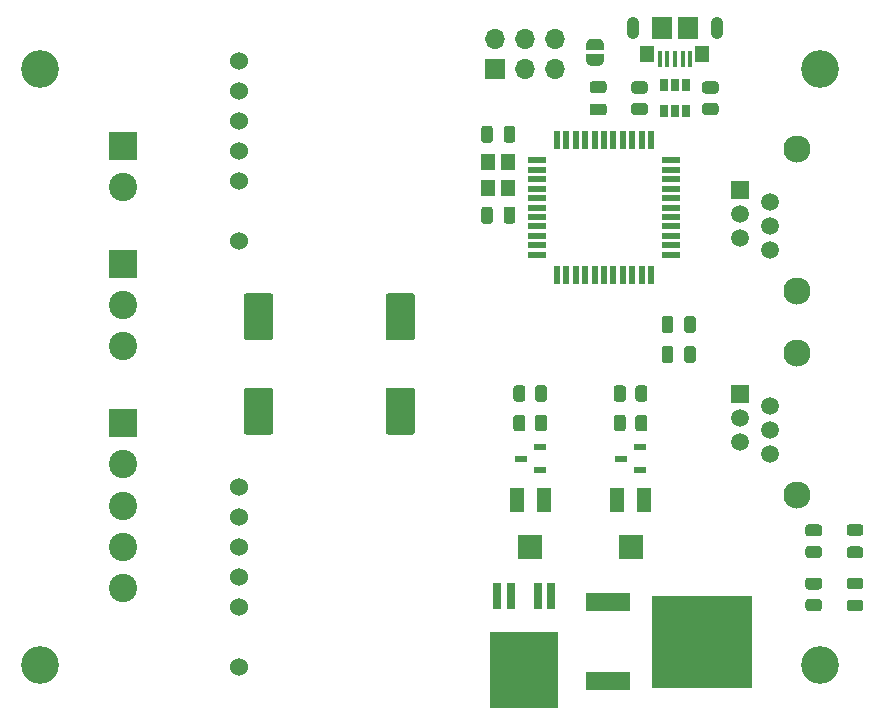
<source format=gbr>
%TF.GenerationSoftware,KiCad,Pcbnew,(5.1.8)-1*%
%TF.CreationDate,2021-08-18T15:50:37+02:00*%
%TF.ProjectId,Haubenblitzer_Treiber,48617562-656e-4626-9c69-747a65725f54,rev?*%
%TF.SameCoordinates,Original*%
%TF.FileFunction,Soldermask,Top*%
%TF.FilePolarity,Negative*%
%FSLAX46Y46*%
G04 Gerber Fmt 4.6, Leading zero omitted, Abs format (unit mm)*
G04 Created by KiCad (PCBNEW (5.1.8)-1) date 2021-08-18 15:50:37*
%MOMM*%
%LPD*%
G01*
G04 APERTURE LIST*
%ADD10R,0.800000X2.200000*%
%ADD11R,5.800000X6.400000*%
%ADD12R,0.650000X1.060000*%
%ADD13R,3.810000X1.650000*%
%ADD14R,8.510000X7.870000*%
%ADD15C,3.200000*%
%ADD16R,1.200000X1.400000*%
%ADD17C,1.524000*%
%ADD18R,1.300000X2.000000*%
%ADD19R,2.000000X2.000000*%
%ADD20R,1.000000X0.500000*%
%ADD21R,1.500000X0.550000*%
%ADD22R,0.550000X1.500000*%
%ADD23C,0.100000*%
%ADD24C,2.300000*%
%ADD25C,1.520000*%
%ADD26R,1.520000X1.520000*%
%ADD27C,2.400000*%
%ADD28R,2.400000X2.400000*%
%ADD29O,1.700000X1.700000*%
%ADD30R,1.700000X1.700000*%
%ADD31R,1.150000X1.450000*%
%ADD32O,1.050000X1.900000*%
%ADD33R,1.750000X1.900000*%
%ADD34R,0.400000X1.400000*%
G04 APERTURE END LIST*
D10*
%TO.C,U2*%
X63220000Y-179600000D03*
X64360000Y-179600000D03*
X66640000Y-179600000D03*
D11*
X65500000Y-185900000D03*
D10*
X67780000Y-179600000D03*
%TD*%
D12*
%TO.C,U5*%
X78250000Y-136400000D03*
X77300000Y-136400000D03*
X79200000Y-136400000D03*
X79200000Y-138600000D03*
X78250000Y-138600000D03*
X77300000Y-138600000D03*
%TD*%
%TO.C,R9*%
G36*
G01*
X90450002Y-174600000D02*
X89549998Y-174600000D01*
G75*
G02*
X89300000Y-174350002I0J249998D01*
G01*
X89300000Y-173824998D01*
G75*
G02*
X89549998Y-173575000I249998J0D01*
G01*
X90450002Y-173575000D01*
G75*
G02*
X90700000Y-173824998I0J-249998D01*
G01*
X90700000Y-174350002D01*
G75*
G02*
X90450002Y-174600000I-249998J0D01*
G01*
G37*
G36*
G01*
X90450002Y-176425000D02*
X89549998Y-176425000D01*
G75*
G02*
X89300000Y-176175002I0J249998D01*
G01*
X89300000Y-175649998D01*
G75*
G02*
X89549998Y-175400000I249998J0D01*
G01*
X90450002Y-175400000D01*
G75*
G02*
X90700000Y-175649998I0J-249998D01*
G01*
X90700000Y-176175002D01*
G75*
G02*
X90450002Y-176425000I-249998J0D01*
G01*
G37*
%TD*%
%TO.C,R8*%
G36*
G01*
X90450002Y-179100000D02*
X89549998Y-179100000D01*
G75*
G02*
X89300000Y-178850002I0J249998D01*
G01*
X89300000Y-178324998D01*
G75*
G02*
X89549998Y-178075000I249998J0D01*
G01*
X90450002Y-178075000D01*
G75*
G02*
X90700000Y-178324998I0J-249998D01*
G01*
X90700000Y-178850002D01*
G75*
G02*
X90450002Y-179100000I-249998J0D01*
G01*
G37*
G36*
G01*
X90450002Y-180925000D02*
X89549998Y-180925000D01*
G75*
G02*
X89300000Y-180675002I0J249998D01*
G01*
X89300000Y-180149998D01*
G75*
G02*
X89549998Y-179900000I249998J0D01*
G01*
X90450002Y-179900000D01*
G75*
G02*
X90700000Y-180149998I0J-249998D01*
G01*
X90700000Y-180675002D01*
G75*
G02*
X90450002Y-180925000I-249998J0D01*
G01*
G37*
%TD*%
%TO.C,R7*%
G36*
G01*
X74100000Y-162049998D02*
X74100000Y-162950002D01*
G75*
G02*
X73850002Y-163200000I-249998J0D01*
G01*
X73324998Y-163200000D01*
G75*
G02*
X73075000Y-162950002I0J249998D01*
G01*
X73075000Y-162049998D01*
G75*
G02*
X73324998Y-161800000I249998J0D01*
G01*
X73850002Y-161800000D01*
G75*
G02*
X74100000Y-162049998I0J-249998D01*
G01*
G37*
G36*
G01*
X75925000Y-162049998D02*
X75925000Y-162950002D01*
G75*
G02*
X75675002Y-163200000I-249998J0D01*
G01*
X75149998Y-163200000D01*
G75*
G02*
X74900000Y-162950002I0J249998D01*
G01*
X74900000Y-162049998D01*
G75*
G02*
X75149998Y-161800000I249998J0D01*
G01*
X75675002Y-161800000D01*
G75*
G02*
X75925000Y-162049998I0J-249998D01*
G01*
G37*
%TD*%
%TO.C,R6*%
G36*
G01*
X74900000Y-165450002D02*
X74900000Y-164549998D01*
G75*
G02*
X75149998Y-164300000I249998J0D01*
G01*
X75675002Y-164300000D01*
G75*
G02*
X75925000Y-164549998I0J-249998D01*
G01*
X75925000Y-165450002D01*
G75*
G02*
X75675002Y-165700000I-249998J0D01*
G01*
X75149998Y-165700000D01*
G75*
G02*
X74900000Y-165450002I0J249998D01*
G01*
G37*
G36*
G01*
X73075000Y-165450002D02*
X73075000Y-164549998D01*
G75*
G02*
X73324998Y-164300000I249998J0D01*
G01*
X73850002Y-164300000D01*
G75*
G02*
X74100000Y-164549998I0J-249998D01*
G01*
X74100000Y-165450002D01*
G75*
G02*
X73850002Y-165700000I-249998J0D01*
G01*
X73324998Y-165700000D01*
G75*
G02*
X73075000Y-165450002I0J249998D01*
G01*
G37*
%TD*%
%TO.C,R5*%
G36*
G01*
X65600000Y-162049998D02*
X65600000Y-162950002D01*
G75*
G02*
X65350002Y-163200000I-249998J0D01*
G01*
X64824998Y-163200000D01*
G75*
G02*
X64575000Y-162950002I0J249998D01*
G01*
X64575000Y-162049998D01*
G75*
G02*
X64824998Y-161800000I249998J0D01*
G01*
X65350002Y-161800000D01*
G75*
G02*
X65600000Y-162049998I0J-249998D01*
G01*
G37*
G36*
G01*
X67425000Y-162049998D02*
X67425000Y-162950002D01*
G75*
G02*
X67175002Y-163200000I-249998J0D01*
G01*
X66649998Y-163200000D01*
G75*
G02*
X66400000Y-162950002I0J249998D01*
G01*
X66400000Y-162049998D01*
G75*
G02*
X66649998Y-161800000I249998J0D01*
G01*
X67175002Y-161800000D01*
G75*
G02*
X67425000Y-162049998I0J-249998D01*
G01*
G37*
%TD*%
%TO.C,R4*%
G36*
G01*
X66400000Y-165450002D02*
X66400000Y-164549998D01*
G75*
G02*
X66649998Y-164300000I249998J0D01*
G01*
X67175002Y-164300000D01*
G75*
G02*
X67425000Y-164549998I0J-249998D01*
G01*
X67425000Y-165450002D01*
G75*
G02*
X67175002Y-165700000I-249998J0D01*
G01*
X66649998Y-165700000D01*
G75*
G02*
X66400000Y-165450002I0J249998D01*
G01*
G37*
G36*
G01*
X64575000Y-165450002D02*
X64575000Y-164549998D01*
G75*
G02*
X64824998Y-164300000I249998J0D01*
G01*
X65350002Y-164300000D01*
G75*
G02*
X65600000Y-164549998I0J-249998D01*
G01*
X65600000Y-165450002D01*
G75*
G02*
X65350002Y-165700000I-249998J0D01*
G01*
X64824998Y-165700000D01*
G75*
G02*
X64575000Y-165450002I0J249998D01*
G01*
G37*
%TD*%
%TO.C,D2*%
G36*
G01*
X93956250Y-174550000D02*
X93043750Y-174550000D01*
G75*
G02*
X92800000Y-174306250I0J243750D01*
G01*
X92800000Y-173818750D01*
G75*
G02*
X93043750Y-173575000I243750J0D01*
G01*
X93956250Y-173575000D01*
G75*
G02*
X94200000Y-173818750I0J-243750D01*
G01*
X94200000Y-174306250D01*
G75*
G02*
X93956250Y-174550000I-243750J0D01*
G01*
G37*
G36*
G01*
X93956250Y-176425000D02*
X93043750Y-176425000D01*
G75*
G02*
X92800000Y-176181250I0J243750D01*
G01*
X92800000Y-175693750D01*
G75*
G02*
X93043750Y-175450000I243750J0D01*
G01*
X93956250Y-175450000D01*
G75*
G02*
X94200000Y-175693750I0J-243750D01*
G01*
X94200000Y-176181250D01*
G75*
G02*
X93956250Y-176425000I-243750J0D01*
G01*
G37*
%TD*%
%TO.C,D1*%
G36*
G01*
X93956250Y-179050000D02*
X93043750Y-179050000D01*
G75*
G02*
X92800000Y-178806250I0J243750D01*
G01*
X92800000Y-178318750D01*
G75*
G02*
X93043750Y-178075000I243750J0D01*
G01*
X93956250Y-178075000D01*
G75*
G02*
X94200000Y-178318750I0J-243750D01*
G01*
X94200000Y-178806250D01*
G75*
G02*
X93956250Y-179050000I-243750J0D01*
G01*
G37*
G36*
G01*
X93956250Y-180925000D02*
X93043750Y-180925000D01*
G75*
G02*
X92800000Y-180681250I0J243750D01*
G01*
X92800000Y-180193750D01*
G75*
G02*
X93043750Y-179950000I243750J0D01*
G01*
X93956250Y-179950000D01*
G75*
G02*
X94200000Y-180193750I0J-243750D01*
G01*
X94200000Y-180681250D01*
G75*
G02*
X93956250Y-180925000I-243750J0D01*
G01*
G37*
%TD*%
%TO.C,C2*%
G36*
G01*
X42000000Y-162000000D02*
X44000000Y-162000000D01*
G75*
G02*
X44250000Y-162250000I0J-250000D01*
G01*
X44250000Y-165750000D01*
G75*
G02*
X44000000Y-166000000I-250000J0D01*
G01*
X42000000Y-166000000D01*
G75*
G02*
X41750000Y-165750000I0J250000D01*
G01*
X41750000Y-162250000D01*
G75*
G02*
X42000000Y-162000000I250000J0D01*
G01*
G37*
G36*
G01*
X42000000Y-154000000D02*
X44000000Y-154000000D01*
G75*
G02*
X44250000Y-154250000I0J-250000D01*
G01*
X44250000Y-157750000D01*
G75*
G02*
X44000000Y-158000000I-250000J0D01*
G01*
X42000000Y-158000000D01*
G75*
G02*
X41750000Y-157750000I0J250000D01*
G01*
X41750000Y-154250000D01*
G75*
G02*
X42000000Y-154000000I250000J0D01*
G01*
G37*
%TD*%
%TO.C,C1*%
G36*
G01*
X54000000Y-162000000D02*
X56000000Y-162000000D01*
G75*
G02*
X56250000Y-162250000I0J-250000D01*
G01*
X56250000Y-165750000D01*
G75*
G02*
X56000000Y-166000000I-250000J0D01*
G01*
X54000000Y-166000000D01*
G75*
G02*
X53750000Y-165750000I0J250000D01*
G01*
X53750000Y-162250000D01*
G75*
G02*
X54000000Y-162000000I250000J0D01*
G01*
G37*
G36*
G01*
X54000000Y-154000000D02*
X56000000Y-154000000D01*
G75*
G02*
X56250000Y-154250000I0J-250000D01*
G01*
X56250000Y-157750000D01*
G75*
G02*
X56000000Y-158000000I-250000J0D01*
G01*
X54000000Y-158000000D01*
G75*
G02*
X53750000Y-157750000I0J250000D01*
G01*
X53750000Y-154250000D01*
G75*
G02*
X54000000Y-154000000I250000J0D01*
G01*
G37*
%TD*%
D13*
%TO.C,R1*%
X72595000Y-186865000D03*
D14*
X80535000Y-183500000D03*
D13*
X72595000Y-180135000D03*
%TD*%
D15*
%TO.C,H4*%
X90500000Y-185500000D03*
%TD*%
%TO.C,H3*%
X24500000Y-185500000D03*
%TD*%
%TO.C,H2*%
X90500000Y-135000000D03*
%TD*%
%TO.C,H1*%
X24500000Y-135000000D03*
%TD*%
D16*
%TO.C,Y1*%
X62445000Y-145100000D03*
X62445000Y-142900000D03*
X64145000Y-142900000D03*
X64145000Y-145100000D03*
%TD*%
D17*
%TO.C,U3*%
X41380000Y-149620000D03*
X41380000Y-144540000D03*
X41380000Y-142000000D03*
X41380000Y-134380000D03*
X41380000Y-136920000D03*
X41380000Y-139460000D03*
%TD*%
D18*
%TO.C,RV2*%
X75650000Y-171500000D03*
D19*
X74500000Y-175500000D03*
D18*
X73350000Y-171500000D03*
%TD*%
%TO.C,RV1*%
X67150000Y-171500000D03*
D19*
X66000000Y-175500000D03*
D18*
X64850000Y-171500000D03*
%TD*%
D20*
%TO.C,Q2*%
X75300000Y-167000000D03*
X75300000Y-169000000D03*
X73700000Y-168000000D03*
%TD*%
%TO.C,Q1*%
X66800000Y-167000000D03*
X66800000Y-169000000D03*
X65200000Y-168000000D03*
%TD*%
D17*
%TO.C,U4*%
X41380000Y-185620000D03*
X41380000Y-180540000D03*
X41380000Y-178000000D03*
X41380000Y-170380000D03*
X41380000Y-172920000D03*
X41380000Y-175460000D03*
%TD*%
D21*
%TO.C,U1*%
X77950000Y-142750000D03*
X77950000Y-143550000D03*
X77950000Y-144350000D03*
X77950000Y-145150000D03*
X77950000Y-145950000D03*
X77950000Y-146750000D03*
X77950000Y-147550000D03*
X77950000Y-148350000D03*
X77950000Y-149150000D03*
X77950000Y-149950000D03*
X77950000Y-150750000D03*
D22*
X76250000Y-152450000D03*
X75450000Y-152450000D03*
X74650000Y-152450000D03*
X73850000Y-152450000D03*
X73050000Y-152450000D03*
X72250000Y-152450000D03*
X71450000Y-152450000D03*
X70650000Y-152450000D03*
X69850000Y-152450000D03*
X69050000Y-152450000D03*
X68250000Y-152450000D03*
D21*
X66550000Y-150750000D03*
X66550000Y-149950000D03*
X66550000Y-149150000D03*
X66550000Y-148350000D03*
X66550000Y-147550000D03*
X66550000Y-146750000D03*
X66550000Y-145950000D03*
X66550000Y-145150000D03*
X66550000Y-144350000D03*
X66550000Y-143550000D03*
X66550000Y-142750000D03*
D22*
X68250000Y-141050000D03*
X69050000Y-141050000D03*
X69850000Y-141050000D03*
X70650000Y-141050000D03*
X71450000Y-141050000D03*
X72250000Y-141050000D03*
X73050000Y-141050000D03*
X73850000Y-141050000D03*
X74650000Y-141050000D03*
X75450000Y-141050000D03*
X76250000Y-141050000D03*
%TD*%
%TO.C,R3*%
G36*
G01*
X80799998Y-137900000D02*
X81700002Y-137900000D01*
G75*
G02*
X81950000Y-138149998I0J-249998D01*
G01*
X81950000Y-138675002D01*
G75*
G02*
X81700002Y-138925000I-249998J0D01*
G01*
X80799998Y-138925000D01*
G75*
G02*
X80550000Y-138675002I0J249998D01*
G01*
X80550000Y-138149998D01*
G75*
G02*
X80799998Y-137900000I249998J0D01*
G01*
G37*
G36*
G01*
X80799998Y-136075000D02*
X81700002Y-136075000D01*
G75*
G02*
X81950000Y-136324998I0J-249998D01*
G01*
X81950000Y-136850002D01*
G75*
G02*
X81700002Y-137100000I-249998J0D01*
G01*
X80799998Y-137100000D01*
G75*
G02*
X80550000Y-136850002I0J249998D01*
G01*
X80550000Y-136324998D01*
G75*
G02*
X80799998Y-136075000I249998J0D01*
G01*
G37*
%TD*%
%TO.C,R2*%
G36*
G01*
X75700002Y-137100000D02*
X74799998Y-137100000D01*
G75*
G02*
X74550000Y-136850002I0J249998D01*
G01*
X74550000Y-136324998D01*
G75*
G02*
X74799998Y-136075000I249998J0D01*
G01*
X75700002Y-136075000D01*
G75*
G02*
X75950000Y-136324998I0J-249998D01*
G01*
X75950000Y-136850002D01*
G75*
G02*
X75700002Y-137100000I-249998J0D01*
G01*
G37*
G36*
G01*
X75700002Y-138925000D02*
X74799998Y-138925000D01*
G75*
G02*
X74550000Y-138675002I0J249998D01*
G01*
X74550000Y-138149998D01*
G75*
G02*
X74799998Y-137900000I249998J0D01*
G01*
X75700002Y-137900000D01*
G75*
G02*
X75950000Y-138149998I0J-249998D01*
G01*
X75950000Y-138675002D01*
G75*
G02*
X75700002Y-138925000I-249998J0D01*
G01*
G37*
%TD*%
D23*
%TO.C,JP1*%
G36*
X72249398Y-134250000D02*
G01*
X72249398Y-134274534D01*
X72244588Y-134323365D01*
X72235016Y-134371490D01*
X72220772Y-134418445D01*
X72201995Y-134463778D01*
X72178864Y-134507051D01*
X72151604Y-134547850D01*
X72120476Y-134585779D01*
X72085779Y-134620476D01*
X72047850Y-134651604D01*
X72007051Y-134678864D01*
X71963778Y-134701995D01*
X71918445Y-134720772D01*
X71871490Y-134735016D01*
X71823365Y-134744588D01*
X71774534Y-134749398D01*
X71750000Y-134749398D01*
X71750000Y-134750000D01*
X71250000Y-134750000D01*
X71250000Y-134749398D01*
X71225466Y-134749398D01*
X71176635Y-134744588D01*
X71128510Y-134735016D01*
X71081555Y-134720772D01*
X71036222Y-134701995D01*
X70992949Y-134678864D01*
X70952150Y-134651604D01*
X70914221Y-134620476D01*
X70879524Y-134585779D01*
X70848396Y-134547850D01*
X70821136Y-134507051D01*
X70798005Y-134463778D01*
X70779228Y-134418445D01*
X70764984Y-134371490D01*
X70755412Y-134323365D01*
X70750602Y-134274534D01*
X70750602Y-134250000D01*
X70750000Y-134250000D01*
X70750000Y-133750000D01*
X72250000Y-133750000D01*
X72250000Y-134250000D01*
X72249398Y-134250000D01*
G37*
G36*
X70750000Y-133450000D02*
G01*
X70750000Y-132950000D01*
X70750602Y-132950000D01*
X70750602Y-132925466D01*
X70755412Y-132876635D01*
X70764984Y-132828510D01*
X70779228Y-132781555D01*
X70798005Y-132736222D01*
X70821136Y-132692949D01*
X70848396Y-132652150D01*
X70879524Y-132614221D01*
X70914221Y-132579524D01*
X70952150Y-132548396D01*
X70992949Y-132521136D01*
X71036222Y-132498005D01*
X71081555Y-132479228D01*
X71128510Y-132464984D01*
X71176635Y-132455412D01*
X71225466Y-132450602D01*
X71250000Y-132450602D01*
X71250000Y-132450000D01*
X71750000Y-132450000D01*
X71750000Y-132450602D01*
X71774534Y-132450602D01*
X71823365Y-132455412D01*
X71871490Y-132464984D01*
X71918445Y-132479228D01*
X71963778Y-132498005D01*
X72007051Y-132521136D01*
X72047850Y-132548396D01*
X72085779Y-132579524D01*
X72120476Y-132614221D01*
X72151604Y-132652150D01*
X72178864Y-132692949D01*
X72201995Y-132736222D01*
X72220772Y-132781555D01*
X72235016Y-132828510D01*
X72244588Y-132876635D01*
X72249398Y-132925466D01*
X72249398Y-132950000D01*
X72250000Y-132950000D01*
X72250000Y-133450000D01*
X70750000Y-133450000D01*
G37*
%TD*%
D24*
%TO.C,J7*%
X88590000Y-171050000D03*
X88590000Y-159050000D03*
D25*
X86290000Y-167600000D03*
X83750000Y-166580000D03*
X86290000Y-165560000D03*
X83750000Y-164540000D03*
X86290000Y-163520000D03*
D26*
X83750000Y-162500000D03*
%TD*%
D24*
%TO.C,J6*%
X88590000Y-153800000D03*
X88590000Y-141800000D03*
D25*
X86290000Y-150350000D03*
X83750000Y-149330000D03*
X86290000Y-148310000D03*
X83750000Y-147290000D03*
X86290000Y-146270000D03*
D26*
X83750000Y-145250000D03*
%TD*%
D27*
%TO.C,J5*%
X31500000Y-179000000D03*
X31500000Y-175500000D03*
X31500000Y-172000000D03*
X31500000Y-168500000D03*
D28*
X31500000Y-165000000D03*
%TD*%
D27*
%TO.C,J4*%
X31500000Y-158500000D03*
X31500000Y-155000000D03*
D28*
X31500000Y-151500000D03*
%TD*%
D27*
%TO.C,J3*%
X31500000Y-145000000D03*
D28*
X31500000Y-141500000D03*
%TD*%
D29*
%TO.C,J1*%
X68080000Y-132460000D03*
X68080000Y-135000000D03*
X65540000Y-132460000D03*
X65540000Y-135000000D03*
X63000000Y-132460000D03*
D30*
X63000000Y-135000000D03*
%TD*%
D31*
%TO.C,J2*%
X80570000Y-133780000D03*
X75930000Y-133780000D03*
D32*
X74675000Y-131550000D03*
X81825000Y-131550000D03*
D33*
X79375000Y-131550000D03*
D34*
X78250000Y-134200000D03*
X77600000Y-134200000D03*
X76950000Y-134200000D03*
X79550000Y-134200000D03*
X78900000Y-134200000D03*
D33*
X77125000Y-131550000D03*
%TD*%
%TO.C,C5*%
G36*
G01*
X71275000Y-137950000D02*
X72225000Y-137950000D01*
G75*
G02*
X72475000Y-138200000I0J-250000D01*
G01*
X72475000Y-138700000D01*
G75*
G02*
X72225000Y-138950000I-250000J0D01*
G01*
X71275000Y-138950000D01*
G75*
G02*
X71025000Y-138700000I0J250000D01*
G01*
X71025000Y-138200000D01*
G75*
G02*
X71275000Y-137950000I250000J0D01*
G01*
G37*
G36*
G01*
X71275000Y-136050000D02*
X72225000Y-136050000D01*
G75*
G02*
X72475000Y-136300000I0J-250000D01*
G01*
X72475000Y-136800000D01*
G75*
G02*
X72225000Y-137050000I-250000J0D01*
G01*
X71275000Y-137050000D01*
G75*
G02*
X71025000Y-136800000I0J250000D01*
G01*
X71025000Y-136300000D01*
G75*
G02*
X71275000Y-136050000I250000J0D01*
G01*
G37*
%TD*%
%TO.C,C7*%
G36*
G01*
X63745000Y-141030000D02*
X63745000Y-140080000D01*
G75*
G02*
X63995000Y-139830000I250000J0D01*
G01*
X64495000Y-139830000D01*
G75*
G02*
X64745000Y-140080000I0J-250000D01*
G01*
X64745000Y-141030000D01*
G75*
G02*
X64495000Y-141280000I-250000J0D01*
G01*
X63995000Y-141280000D01*
G75*
G02*
X63745000Y-141030000I0J250000D01*
G01*
G37*
G36*
G01*
X61845000Y-141030000D02*
X61845000Y-140080000D01*
G75*
G02*
X62095000Y-139830000I250000J0D01*
G01*
X62595000Y-139830000D01*
G75*
G02*
X62845000Y-140080000I0J-250000D01*
G01*
X62845000Y-141030000D01*
G75*
G02*
X62595000Y-141280000I-250000J0D01*
G01*
X62095000Y-141280000D01*
G75*
G02*
X61845000Y-141030000I0J250000D01*
G01*
G37*
%TD*%
%TO.C,C6*%
G36*
G01*
X63745000Y-147875000D02*
X63745000Y-146925000D01*
G75*
G02*
X63995000Y-146675000I250000J0D01*
G01*
X64495000Y-146675000D01*
G75*
G02*
X64745000Y-146925000I0J-250000D01*
G01*
X64745000Y-147875000D01*
G75*
G02*
X64495000Y-148125000I-250000J0D01*
G01*
X63995000Y-148125000D01*
G75*
G02*
X63745000Y-147875000I0J250000D01*
G01*
G37*
G36*
G01*
X61845000Y-147875000D02*
X61845000Y-146925000D01*
G75*
G02*
X62095000Y-146675000I250000J0D01*
G01*
X62595000Y-146675000D01*
G75*
G02*
X62845000Y-146925000I0J-250000D01*
G01*
X62845000Y-147875000D01*
G75*
G02*
X62595000Y-148125000I-250000J0D01*
G01*
X62095000Y-148125000D01*
G75*
G02*
X61845000Y-147875000I0J250000D01*
G01*
G37*
%TD*%
%TO.C,C4*%
G36*
G01*
X78125000Y-156175000D02*
X78125000Y-157125000D01*
G75*
G02*
X77875000Y-157375000I-250000J0D01*
G01*
X77375000Y-157375000D01*
G75*
G02*
X77125000Y-157125000I0J250000D01*
G01*
X77125000Y-156175000D01*
G75*
G02*
X77375000Y-155925000I250000J0D01*
G01*
X77875000Y-155925000D01*
G75*
G02*
X78125000Y-156175000I0J-250000D01*
G01*
G37*
G36*
G01*
X80025000Y-156175000D02*
X80025000Y-157125000D01*
G75*
G02*
X79775000Y-157375000I-250000J0D01*
G01*
X79275000Y-157375000D01*
G75*
G02*
X79025000Y-157125000I0J250000D01*
G01*
X79025000Y-156175000D01*
G75*
G02*
X79275000Y-155925000I250000J0D01*
G01*
X79775000Y-155925000D01*
G75*
G02*
X80025000Y-156175000I0J-250000D01*
G01*
G37*
%TD*%
%TO.C,C3*%
G36*
G01*
X78125000Y-158715000D02*
X78125000Y-159665000D01*
G75*
G02*
X77875000Y-159915000I-250000J0D01*
G01*
X77375000Y-159915000D01*
G75*
G02*
X77125000Y-159665000I0J250000D01*
G01*
X77125000Y-158715000D01*
G75*
G02*
X77375000Y-158465000I250000J0D01*
G01*
X77875000Y-158465000D01*
G75*
G02*
X78125000Y-158715000I0J-250000D01*
G01*
G37*
G36*
G01*
X80025000Y-158715000D02*
X80025000Y-159665000D01*
G75*
G02*
X79775000Y-159915000I-250000J0D01*
G01*
X79275000Y-159915000D01*
G75*
G02*
X79025000Y-159665000I0J250000D01*
G01*
X79025000Y-158715000D01*
G75*
G02*
X79275000Y-158465000I250000J0D01*
G01*
X79775000Y-158465000D01*
G75*
G02*
X80025000Y-158715000I0J-250000D01*
G01*
G37*
%TD*%
M02*

</source>
